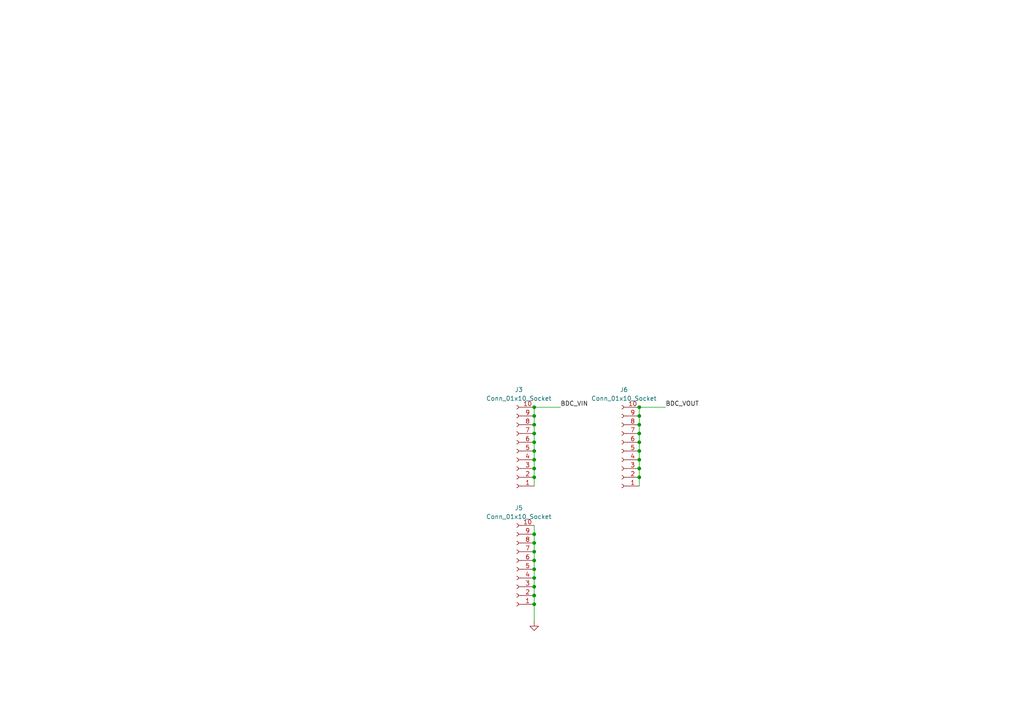
<source format=kicad_sch>
(kicad_sch (version 20250114) (generator "eeschema") (generator_version "9.0")
  (paper "A4")
  (lib_symbols
    (symbol "Connector:Conn_01x10_Socket" (pin_names (offset 1.016) (hide yes))
      (property "Reference" "J" (at 0 12.7 0))
      (property "Value" "Conn_01x10_Socket" (at 0 -15.24 0))
      (symbol "Conn_01x10_Socket_1_1"
        (polyline (pts (xy -1.27 10.16) (xy -0.508 10.16)) (stroke (width 0.1524)))
        (polyline (pts (xy -1.27 7.62) (xy -0.508 7.62)) (stroke (width 0.1524)))
        (polyline (pts (xy -1.27 5.08) (xy -0.508 5.08)) (stroke (width 0.1524)))
        (polyline (pts (xy -1.27 2.54) (xy -0.508 2.54)) (stroke (width 0.1524)))
        (polyline (pts (xy -1.27 0) (xy -0.508 0)) (stroke (width 0.1524)))
        (polyline (pts (xy -1.27 -2.54) (xy -0.508 -2.54)) (stroke (width 0.1524)))
        (polyline (pts (xy -1.27 -5.08) (xy -0.508 -5.08)) (stroke (width 0.1524)))
        (polyline (pts (xy -1.27 -7.62) (xy -0.508 -7.62)) (stroke (width 0.1524)))
        (polyline (pts (xy -1.27 -10.16) (xy -0.508 -10.16)) (stroke (width 0.1524)))
        (polyline (pts (xy -1.27 -12.7) (xy -0.508 -12.7)) (stroke (width 0.1524)))
        (arc (start 0 9.652) (mid -0.5058 10.16) (end 0 10.668) (stroke (width 0.1524)))
        (arc (start 0 7.112) (mid -0.5058 7.62) (end 0 8.128) (stroke (width 0.1524)))
        (arc (start 0 4.572) (mid -0.5058 5.08) (end 0 5.588) (stroke (width 0.1524)))
        (arc (start 0 2.032) (mid -0.5058 2.54) (end 0 3.048) (stroke (width 0.1524)))
        (arc (start 0 -0.508) (mid -0.5058 0) (end 0 0.508) (stroke (width 0.1524)))
        (arc (start 0 -3.048) (mid -0.5058 -2.54) (end 0 -2.032) (stroke (width 0.1524)))
        (arc (start 0 -5.588) (mid -0.5058 -5.08) (end 0 -4.572) (stroke (width 0.1524)))
        (arc (start 0 -8.128) (mid -0.5058 -7.62) (end 0 -7.112) (stroke (width 0.1524)))
        (arc (start 0 -10.668) (mid -0.5058 -10.16) (end 0 -9.652) (stroke (width 0.1524)))
        (arc (start 0 -13.208) (mid -0.5058 -12.7) (end 0 -12.192) (stroke (width 0.1524)))
        (pin passive line (at -5.08 10.16 0) (length 3.81) (name "Pin_1") (number "1"))
        (pin passive line (at -5.08 7.62 0) (length 3.81) (name "Pin_2") (number "2"))
        (pin passive line (at -5.08 5.08 0) (length 3.81) (name "Pin_3") (number "3"))
        (pin passive line (at -5.08 2.54 0) (length 3.81) (name "Pin_4") (number "4"))
        (pin passive line (at -5.08 0 0) (length 3.81) (name "Pin_5") (number "5"))
        (pin passive line (at -5.08 -2.54 0) (length 3.81) (name "Pin_6") (number "6"))
        (pin passive line (at -5.08 -5.08 0) (length 3.81) (name "Pin_7") (number "7"))
        (pin passive line (at -5.08 -7.62 0) (length 3.81) (name "Pin_8") (number "8"))
        (pin passive line (at -5.08 -10.16 0) (length 3.81) (name "Pin_9") (number "9"))
        (pin passive line (at -5.08 -12.7 0) (length 3.81) (name "Pin_10") (number "10"))
      )
    )
    (symbol "power_modified:GND" (power) (pin_numbers (hide yes)) (pin_names (offset 0) (hide yes))
      (symbol "GND_0_1"
        (polyline (pts (xy 0 0) (xy 0 -1.27) (xy 1.27 -1.27) (xy 0 -2.54) (xy -1.27 -1.27) (xy 0 -1.27)))
      )
      (symbol "GND_1_1"
        (pin power_in line (at 0 0 270) (length 0) (name "~") (number "1"))
      )
    )
  )
  (junction (at 185.42 120.65))
  (junction (at 185.42 135.89))
  (junction (at 154.94 160.02))
  (junction (at 154.94 170.18))
  (junction (at 154.94 138.43))
  (junction (at 154.94 120.65))
  (junction (at 185.42 118.11))
  (junction (at 185.42 128.27))
  (junction (at 154.94 128.27))
  (junction (at 185.42 125.73))
  (junction (at 154.94 175.26))
  (junction (at 154.94 135.89))
  (junction (at 154.94 172.72))
  (junction (at 154.94 130.81))
  (junction (at 185.42 133.35))
  (junction (at 154.94 165.1))
  (junction (at 154.94 154.94))
  (junction (at 185.42 123.19))
  (junction (at 154.94 123.19))
  (junction (at 154.94 133.35))
  (junction (at 154.94 157.48))
  (junction (at 154.94 118.11))
  (junction (at 154.94 125.73))
  (junction (at 185.42 130.81))
  (junction (at 185.42 138.43))
  (junction (at 154.94 162.56))
  (junction (at 154.94 167.64))
  (wire (pts (xy 154.94 157.48) (xy 154.94 160.02)))
  (wire (pts (xy 154.94 125.73) (xy 154.94 128.27)))
  (wire (pts (xy 154.94 175.26) (xy 154.94 180.34)))
  (wire (pts (xy 185.42 123.19) (xy 185.42 125.73)))
  (wire (pts (xy 154.94 172.72) (xy 154.94 175.26)))
  (wire (pts (xy 154.94 165.1) (xy 154.94 167.64)))
  (wire (pts (xy 154.94 135.89) (xy 154.94 138.43)))
  (wire (pts (xy 185.42 135.89) (xy 185.42 138.43)))
  (wire (pts (xy 154.94 167.64) (xy 154.94 170.18)))
  (wire (pts (xy 185.42 138.43) (xy 185.42 140.97)))
  (wire (pts (xy 154.94 170.18) (xy 154.94 172.72)))
  (wire (pts (xy 185.42 120.65) (xy 185.42 123.19)))
  (wire (pts (xy 185.42 128.27) (xy 185.42 130.81)))
  (wire (pts (xy 154.94 138.43) (xy 154.94 140.97)))
  (wire (pts (xy 154.94 133.35) (xy 154.94 135.89)))
  (wire (pts (xy 154.94 120.65) (xy 154.94 123.19)))
  (wire (pts (xy 154.94 118.11) (xy 162.56 118.11)))
  (wire (pts (xy 154.94 118.11) (xy 154.94 120.65)))
  (wire (pts (xy 154.94 128.27) (xy 154.94 130.81)))
  (wire (pts (xy 193.04 118.11) (xy 185.42 118.11)))
  (wire (pts (xy 185.42 118.11) (xy 185.42 120.65)))
  (wire (pts (xy 185.42 130.81) (xy 185.42 133.35)))
  (wire (pts (xy 154.94 123.19) (xy 154.94 125.73)))
  (wire (pts (xy 154.94 152.4) (xy 154.94 154.94)))
  (wire (pts (xy 185.42 133.35) (xy 185.42 135.89)))
  (wire (pts (xy 154.94 130.81) (xy 154.94 133.35)))
  (wire (pts (xy 154.94 154.94) (xy 154.94 157.48)))
  (wire (pts (xy 185.42 125.73) (xy 185.42 128.27)))
  (wire (pts (xy 154.94 160.02) (xy 154.94 162.56)))
  (wire (pts (xy 154.94 162.56) (xy 154.94 165.1)))
  (label "BDC_VIN" (at 162.56 118.11 0))
  (label "BDC_VOUT" (at 193.04 118.11 0))
  (symbol (lib_id "Connector:Conn_01x10_Socket") (at 149.86 130.81 180) (unit 1)
    (property "Reference" "J3" (at 150.495 113.03 0))
    (property "Value" "Conn_01x10_Socket" (at 150.495 115.57 0))
    (property "Description" "Generic connector, single row, 01x10, script generated" (effects (hide yes)))
  )
  (symbol (lib_id "power_modified:GND") (at 154.94 180.34 0) (unit 1)
    (property "Reference" "#PWR013" (effects (hide yes)))
    (property "Value" "GND" (effects (hide yes)))
    (property "Description" "Power symbol creates a global label with name \"GND\" , ground" (effects (hide yes)))
  )
  (symbol (lib_id "Connector:Conn_01x10_Socket") (at 180.34 130.81 180) (unit 1)
    (property "Reference" "J6" (at 180.975 113.03 0))
    (property "Value" "Conn_01x10_Socket" (at 180.975 115.57 0))
    (property "Description" "Generic connector, single row, 01x10, script generated" (effects (hide yes)))
  )
  (symbol (lib_id "Connector:Conn_01x10_Socket") (at 149.86 165.1 180) (unit 1)
    (property "Reference" "J5" (at 150.495 147.32 0))
    (property "Value" "Conn_01x10_Socket" (at 150.495 149.86 0))
    (property "Description" "Generic connector, single row, 01x10, script generated" (effects (hide yes)))
  )
)
</source>
